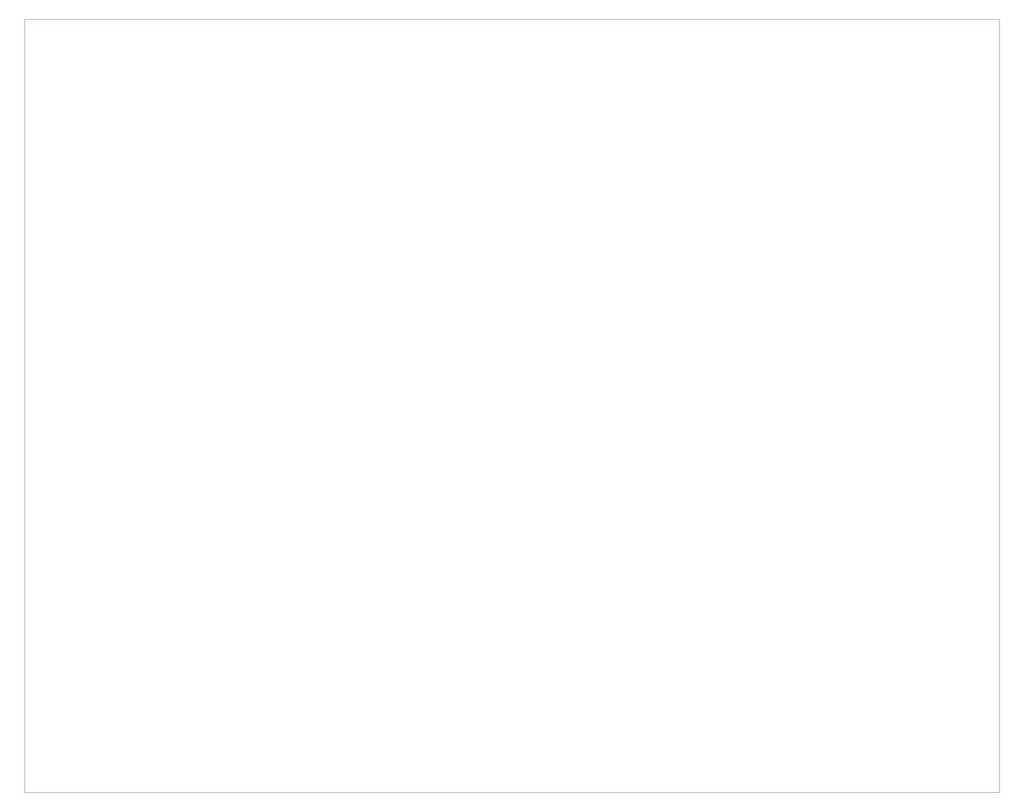
<source format=gm1>
G04 #@! TF.GenerationSoftware,KiCad,Pcbnew,(6.0.6-0)*
G04 #@! TF.CreationDate,2022-10-30T19:45:59+01:00*
G04 #@! TF.ProjectId,nevil_sbc_rev0,6e657669-6c5f-4736-9263-5f726576302e,rev?*
G04 #@! TF.SameCoordinates,Original*
G04 #@! TF.FileFunction,Profile,NP*
%FSLAX46Y46*%
G04 Gerber Fmt 4.6, Leading zero omitted, Abs format (unit mm)*
G04 Created by KiCad (PCBNEW (6.0.6-0)) date 2022-10-30 19:45:59*
%MOMM*%
%LPD*%
G01*
G04 APERTURE LIST*
G04 #@! TA.AperFunction,Profile*
%ADD10C,0.038100*%
G04 #@! TD*
G04 APERTURE END LIST*
D10*
X42087800Y-16560800D02*
X243865400Y-16560800D01*
X243865400Y-16560800D02*
X243865400Y-176606200D01*
X243865400Y-176606200D02*
X42087800Y-176606200D01*
X42087800Y-176606200D02*
X42087800Y-16560800D01*
M02*

</source>
